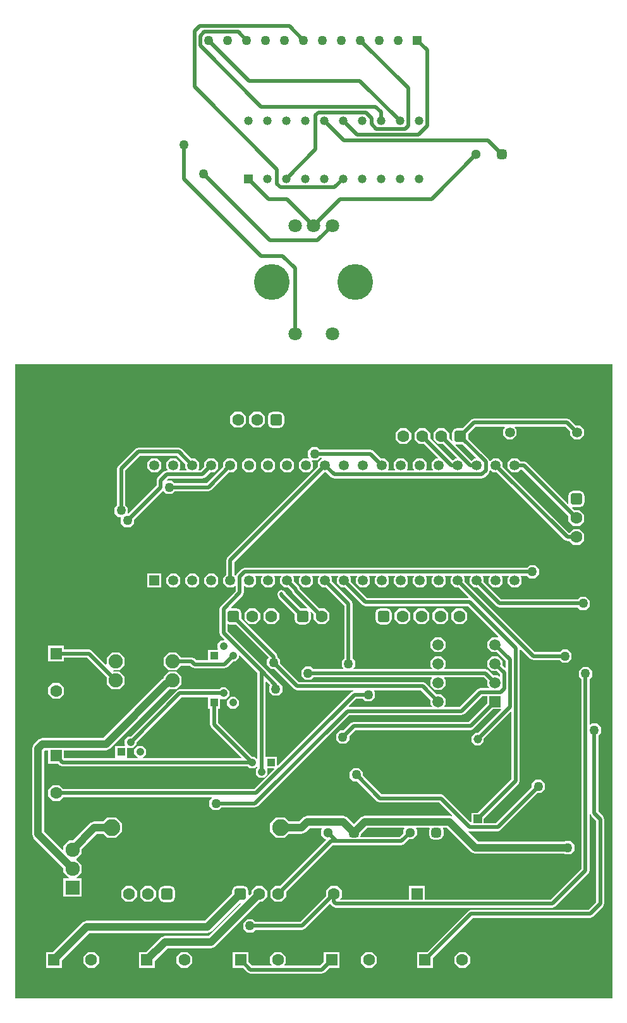
<source format=gbr>
G04*
G04 #@! TF.GenerationSoftware,Altium Limited,Altium Designer,24.4.1 (13)*
G04*
G04 Layer_Physical_Order=2*
G04 Layer_Color=16711680*
%FSLAX25Y25*%
%MOIN*%
G70*
G04*
G04 #@! TF.SameCoordinates,58F61C8A-C965-4830-B12A-95CD484E7F12*
G04*
G04*
G04 #@! TF.FilePolarity,Positive*
G04*
G01*
G75*
%ADD48R,0.05315X0.05315*%
%ADD49C,0.05315*%
%ADD53C,0.06299*%
%ADD54R,0.06299X0.06299*%
%ADD66C,0.04000*%
%ADD67C,0.02000*%
%ADD68C,0.07087*%
%ADD69C,0.18898*%
%ADD70C,0.05118*%
G04:AMPARAMS|DCode=71|XSize=51.18mil|YSize=51.18mil|CornerRadius=12.8mil|HoleSize=0mil|Usage=FLASHONLY|Rotation=0.000|XOffset=0mil|YOffset=0mil|HoleType=Round|Shape=RoundedRectangle|*
%AMROUNDEDRECTD71*
21,1,0.05118,0.02559,0,0,0.0*
21,1,0.02559,0.05118,0,0,0.0*
1,1,0.02559,0.01280,-0.01280*
1,1,0.02559,-0.01280,-0.01280*
1,1,0.02559,-0.01280,0.01280*
1,1,0.02559,0.01280,0.01280*
%
%ADD71ROUNDEDRECTD71*%
%ADD72C,0.04134*%
%ADD73R,0.04134X0.04134*%
%ADD74C,0.07500*%
%ADD75R,0.06299X0.06299*%
G04:AMPARAMS|DCode=76|XSize=62.99mil|YSize=62.99mil|CornerRadius=15.75mil|HoleSize=0mil|Usage=FLASHONLY|Rotation=180.000|XOffset=0mil|YOffset=0mil|HoleType=Round|Shape=RoundedRectangle|*
%AMROUNDEDRECTD76*
21,1,0.06299,0.03150,0,0,180.0*
21,1,0.03150,0.06299,0,0,180.0*
1,1,0.03150,-0.01575,0.01575*
1,1,0.03150,0.01575,0.01575*
1,1,0.03150,0.01575,-0.01575*
1,1,0.03150,-0.01575,-0.01575*
%
%ADD76ROUNDEDRECTD76*%
%ADD77C,0.05000*%
%ADD78R,0.05000X0.05000*%
%ADD79C,0.04685*%
%ADD80R,0.04685X0.04685*%
%ADD81C,0.07559*%
%ADD82R,0.07559X0.07559*%
%ADD83C,0.04528*%
%ADD84R,0.04528X0.04528*%
G04:AMPARAMS|DCode=85|XSize=62.99mil|YSize=62.99mil|CornerRadius=15.75mil|HoleSize=0mil|Usage=FLASHONLY|Rotation=270.000|XOffset=0mil|YOffset=0mil|HoleType=Round|Shape=RoundedRectangle|*
%AMROUNDEDRECTD85*
21,1,0.06299,0.03150,0,0,270.0*
21,1,0.03150,0.06299,0,0,270.0*
1,1,0.03150,-0.01575,-0.01575*
1,1,0.03150,-0.01575,0.01575*
1,1,0.03150,0.01575,0.01575*
1,1,0.03150,0.01575,-0.01575*
%
%ADD85ROUNDEDRECTD85*%
%ADD86C,0.08858*%
%ADD87R,0.05906X0.05906*%
%ADD88C,0.05906*%
G36*
X314961D02*
X0D01*
Y334646D01*
X314961D01*
Y0D01*
D02*
G37*
%LPC*%
G36*
X129385Y309325D02*
X125948D01*
X123517Y306895D01*
Y303457D01*
X125948Y301026D01*
X129385D01*
X131816Y303457D01*
Y306895D01*
X129385Y309325D01*
D02*
G37*
G36*
X119385D02*
X115948D01*
X113517Y306895D01*
Y303457D01*
X115948Y301026D01*
X119385D01*
X121816Y303457D01*
Y306895D01*
X119385Y309325D01*
D02*
G37*
G36*
X139241Y309538D02*
X136092D01*
X134121Y308721D01*
X133305Y306751D01*
Y303601D01*
X134121Y301630D01*
X136092Y300814D01*
X139241D01*
X141212Y301630D01*
X142028Y303601D01*
Y306751D01*
X141212Y308721D01*
X139241Y309538D01*
D02*
G37*
G36*
X291257Y305865D02*
X242049D01*
X240518Y305231D01*
X236162Y300874D01*
X233287D01*
X231316Y300058D01*
X230500Y298088D01*
Y294938D01*
X230718Y294411D01*
X230302Y294134D01*
X229011Y295425D01*
Y298232D01*
X226581Y300662D01*
X223143D01*
X220712Y298232D01*
Y294794D01*
X223143Y292363D01*
X225950D01*
X233054Y285259D01*
X232863Y284797D01*
X232077D01*
X230858Y283578D01*
X219011Y295425D01*
Y298232D01*
X216581Y300662D01*
X213143D01*
X210712Y298232D01*
Y294794D01*
X213143Y292363D01*
X215950D01*
X223055Y285259D01*
X222863Y284797D01*
X222077D01*
X219935Y282654D01*
Y279624D01*
X220532Y279027D01*
X220341Y278565D01*
X216843D01*
X216652Y279027D01*
X217249Y279624D01*
Y282654D01*
X215107Y284797D01*
X212077D01*
X209934Y282654D01*
Y279624D01*
X210532Y279027D01*
X210341Y278565D01*
X206843D01*
X206652Y279027D01*
X207249Y279624D01*
Y282654D01*
X205107Y284797D01*
X202077D01*
X199934Y282654D01*
Y279624D01*
X200532Y279027D01*
X200341Y278565D01*
X196843D01*
X196652Y279027D01*
X197249Y279624D01*
Y282654D01*
X195107Y284797D01*
X192996D01*
X188962Y288831D01*
X187431Y289465D01*
X160785D01*
X159450Y290800D01*
X156550D01*
X154500Y288750D01*
Y285850D01*
X155054Y285297D01*
X154847Y284797D01*
X152077D01*
X149934Y282654D01*
Y279624D01*
X152077Y277482D01*
X155107D01*
X157249Y279624D01*
Y282654D01*
X156604Y283300D01*
X156811Y283800D01*
X159450D01*
X160785Y285135D01*
X161708D01*
X161916Y284635D01*
X159934Y282654D01*
Y280543D01*
X112061Y232670D01*
X111427Y231139D01*
Y223397D01*
X109934Y221904D01*
Y218874D01*
X112077Y216732D01*
X115107D01*
X115973Y217598D01*
X116435Y217407D01*
Y214947D01*
X108469Y206981D01*
X107835Y205450D01*
Y192800D01*
X108469Y191269D01*
X110370Y189369D01*
X110178Y188907D01*
X108730D01*
X106933Y187110D01*
Y184569D01*
X107134Y184369D01*
X106942Y183907D01*
X101933D01*
Y178465D01*
X95697D01*
X94819Y179342D01*
X93288Y179976D01*
X87662D01*
X85077Y182562D01*
X81142D01*
X78359Y179779D01*
Y175844D01*
X81142Y173062D01*
X85077D01*
X87662Y175647D01*
X92392D01*
X93269Y174769D01*
X94800Y174135D01*
X110460D01*
X111991Y174769D01*
X114995Y177773D01*
X116270D01*
X118067Y179569D01*
Y181018D01*
X118529Y181210D01*
X127953Y171785D01*
Y126651D01*
X127491Y126460D01*
X126389Y127562D01*
X125113D01*
X107165Y145510D01*
Y152976D01*
X108067D01*
Y157985D01*
X108529Y158176D01*
X108730Y157976D01*
X111270D01*
X113067Y159772D01*
Y162313D01*
X111270Y164110D01*
X108730D01*
X107827Y163207D01*
X86841D01*
X85311Y162573D01*
X60979Y138242D01*
X59703D01*
X57907Y136446D01*
Y133905D01*
X58108Y133704D01*
X57916Y133242D01*
X52907D01*
Y127108D01*
X52907D01*
X52781Y126660D01*
X26121D01*
X25830Y126951D01*
Y130942D01*
X47968D01*
X50264Y131893D01*
X81433Y163062D01*
X85077D01*
X87859Y165844D01*
Y169779D01*
X85077Y172562D01*
X81142D01*
X78359Y169779D01*
Y168695D01*
X77545Y168358D01*
X46623Y137436D01*
X14548D01*
X12252Y136485D01*
X9909Y134142D01*
X8958Y131846D01*
Y86717D01*
X9909Y84421D01*
X25567Y68763D01*
Y66596D01*
X28308Y63855D01*
X28224Y63355D01*
X25567D01*
Y53796D01*
X35126D01*
Y63355D01*
X32469D01*
X32385Y63855D01*
X35126Y66596D01*
Y70555D01*
X32368Y73313D01*
X32345Y73575D01*
X32368Y73838D01*
X35126Y76596D01*
Y78763D01*
X43219Y86855D01*
X46593D01*
X48775Y84674D01*
X53272D01*
X56453Y87854D01*
Y92351D01*
X53272Y95532D01*
X48775D01*
X46593Y93350D01*
X41874D01*
X39578Y92399D01*
X30534Y83355D01*
X28367D01*
X25567Y80555D01*
Y78600D01*
X25105Y78409D01*
X15452Y88062D01*
Y130501D01*
X15893Y130942D01*
X17531D01*
Y123890D01*
X22769D01*
X23693Y122965D01*
X25224Y122331D01*
X122946D01*
X123848Y121429D01*
X126389D01*
X127491Y122532D01*
X127953Y122340D01*
Y121668D01*
X127051Y120766D01*
Y118225D01*
X128848Y116429D01*
X131389D01*
X133185Y118225D01*
Y120766D01*
X132984Y120967D01*
X133176Y121429D01*
X136514D01*
X136705Y120967D01*
X126258Y110519D01*
X25384D01*
X23399Y112504D01*
X19962D01*
X17531Y110073D01*
Y106635D01*
X19962Y104205D01*
X23399D01*
X25384Y106189D01*
X103749D01*
X103940Y105728D01*
X102563Y104350D01*
Y101450D01*
X104613Y99400D01*
X107513D01*
X108848Y100735D01*
X126600D01*
X128131Y101369D01*
X176197Y149435D01*
X235500D01*
X237031Y150069D01*
X246397Y159435D01*
X249212D01*
Y155755D01*
X239422Y145965D01*
X178723D01*
X177192Y145331D01*
X173338Y141477D01*
X171450D01*
X169400Y139427D01*
Y136528D01*
X171450Y134477D01*
X174350D01*
X176400Y136528D01*
Y138416D01*
X179619Y141635D01*
X240318D01*
X241849Y142269D01*
X252274Y152694D01*
X256128D01*
X256320Y152232D01*
X244195Y140108D01*
X242641D01*
X240729Y138196D01*
Y135492D01*
X242641Y133580D01*
X245345D01*
X247257Y135492D01*
Y137046D01*
X261491Y151280D01*
X261953Y151089D01*
Y115739D01*
X244195Y97982D01*
X240729D01*
Y93193D01*
X240229Y92986D01*
X226185Y107031D01*
X224654Y107665D01*
X193497D01*
X183500Y117661D01*
Y119550D01*
X181450Y121600D01*
X178550D01*
X176500Y119550D01*
Y116650D01*
X178550Y114600D01*
X180438D01*
X191069Y103969D01*
X192600Y103335D01*
X223757D01*
X230608Y96485D01*
X230324Y96061D01*
X229134Y96554D01*
X184510D01*
X182214Y95603D01*
X178780Y92169D01*
X175517Y95432D01*
X173221Y96383D01*
X154234D01*
X151937Y95432D01*
X149855Y93350D01*
X144431D01*
X142249Y95532D01*
X137751D01*
X134571Y92351D01*
Y87854D01*
X137751Y84674D01*
X142249D01*
X144431Y86855D01*
X151200D01*
X153496Y87806D01*
X155578Y89889D01*
X161626D01*
X161817Y89427D01*
X161441Y89051D01*
Y86103D01*
X163526Y84018D01*
X163945D01*
X164137Y83556D01*
X139927Y59346D01*
X137120D01*
X134689Y56915D01*
Y53478D01*
X137120Y51047D01*
X140557D01*
X142988Y53478D01*
Y56285D01*
X167539Y80835D01*
X203868D01*
X205398Y81469D01*
X207947Y84018D01*
X209919D01*
X212004Y86103D01*
Y89051D01*
X211457Y89598D01*
X211648Y90060D01*
X218526D01*
X218804Y89644D01*
X218477Y88857D01*
Y86298D01*
X219200Y84553D01*
X220945Y83830D01*
X223504D01*
X225248Y84553D01*
X225971Y86298D01*
Y88857D01*
X225645Y89644D01*
X225923Y90060D01*
X227789D01*
X240545Y77304D01*
X242841Y76353D01*
X289920D01*
X290173Y76100D01*
X293072D01*
X295122Y78150D01*
Y81050D01*
X293072Y83100D01*
X290173D01*
X289920Y82847D01*
X244186D01*
X238992Y88041D01*
X239275Y88465D01*
X239700Y88289D01*
X254654D01*
X256185Y88923D01*
X275594Y108333D01*
X277482D01*
X279533Y110383D01*
Y113282D01*
X277482Y115333D01*
X274583D01*
X272533Y113282D01*
Y111394D01*
X253757Y92619D01*
X247257D01*
Y94920D01*
X265649Y113312D01*
X266283Y114843D01*
Y183984D01*
X266744Y184175D01*
X271850Y179069D01*
X273381Y178435D01*
X287314D01*
X288649Y177100D01*
X291548D01*
X293599Y179150D01*
Y182050D01*
X291548Y184100D01*
X288649D01*
X287314Y182765D01*
X274278D01*
X237249Y219793D01*
Y221904D01*
X236680Y222473D01*
X236872Y222935D01*
X240312D01*
X240504Y222473D01*
X239934Y221904D01*
Y218874D01*
X242077Y216732D01*
X244188D01*
X254050Y206869D01*
X255581Y206235D01*
X296865D01*
X298200Y204900D01*
X301099D01*
X303150Y206950D01*
Y209850D01*
X301099Y211900D01*
X298200D01*
X296865Y210565D01*
X256478D01*
X247250Y219793D01*
Y221904D01*
X246680Y222473D01*
X246872Y222935D01*
X250312D01*
X250504Y222473D01*
X249935Y221904D01*
Y218874D01*
X252077Y216732D01*
X255107D01*
X257249Y218874D01*
Y221904D01*
X256680Y222473D01*
X256872Y222935D01*
X260312D01*
X260504Y222473D01*
X259934Y221904D01*
Y218874D01*
X262077Y216732D01*
X265107D01*
X267249Y218874D01*
Y221904D01*
X266680Y222473D01*
X266872Y222935D01*
X270015D01*
X271350Y221600D01*
X274250D01*
X276300Y223650D01*
Y226550D01*
X274250Y228600D01*
X271350D01*
X270015Y227265D01*
X121200D01*
X119669Y226631D01*
X117069Y224031D01*
X116671Y223070D01*
X116181Y222973D01*
X115757Y223397D01*
Y230242D01*
X162996Y277482D01*
X164188D01*
X166800Y274869D01*
X168331Y274235D01*
X246250D01*
X247781Y274869D01*
X249831Y276919D01*
X250446Y278405D01*
X250927Y278632D01*
X252077Y277482D01*
X254188D01*
X289837Y241833D01*
X291367Y241199D01*
X292379D01*
X294364Y239214D01*
X297802D01*
X300232Y241645D01*
Y245083D01*
X297802Y247513D01*
X294364D01*
X292379Y245529D01*
X292264D01*
X257249Y280543D01*
Y282654D01*
X255107Y284797D01*
X252077D01*
X250751Y283471D01*
X250260Y283568D01*
X249831Y284605D01*
X239224Y295213D01*
Y297813D01*
X242946Y301535D01*
X258113D01*
X258304Y301073D01*
X257306Y300075D01*
Y297045D01*
X259448Y294902D01*
X262478D01*
X264621Y297045D01*
Y300075D01*
X263623Y301073D01*
X263814Y301535D01*
X290360D01*
X292739Y299156D01*
Y297045D01*
X294882Y294902D01*
X297912D01*
X300054Y297045D01*
Y300075D01*
X297912Y302218D01*
X295801D01*
X292787Y305231D01*
X291257Y305865D01*
D02*
G37*
G36*
X206581Y300662D02*
X203143D01*
X200712Y298232D01*
Y294794D01*
X203143Y292363D01*
X206581D01*
X209011Y294794D01*
Y298232D01*
X206581Y300662D01*
D02*
G37*
G36*
X145107Y284797D02*
X142077D01*
X139935Y282654D01*
Y279624D01*
X142077Y277482D01*
X145107D01*
X147249Y279624D01*
Y282654D01*
X145107Y284797D01*
D02*
G37*
G36*
X135107D02*
X132077D01*
X129935Y282654D01*
Y279624D01*
X132077Y277482D01*
X135107D01*
X137250Y279624D01*
Y282654D01*
X135107Y284797D01*
D02*
G37*
G36*
X125107D02*
X122077D01*
X119934Y282654D01*
Y279624D01*
X122077Y277482D01*
X125107D01*
X127250Y279624D01*
Y282654D01*
X125107Y284797D01*
D02*
G37*
G36*
X86331Y290565D02*
X65000D01*
X63469Y289931D01*
X54469Y280931D01*
X53835Y279400D01*
Y260204D01*
X52500Y258869D01*
Y255970D01*
X54550Y253919D01*
X55647D01*
X55800Y253550D01*
Y250650D01*
X57850Y248600D01*
X60750D01*
X62800Y250650D01*
Y252538D01*
X78106Y267844D01*
X79850Y266100D01*
X82750D01*
X84085Y267435D01*
X102053D01*
X103584Y268069D01*
X112996Y277482D01*
X115107D01*
X117250Y279624D01*
Y282654D01*
X115107Y284797D01*
X112077D01*
X109934Y282654D01*
Y280543D01*
X101156Y271765D01*
X84085D01*
X82750Y273100D01*
X80469D01*
X80261Y273600D01*
X80897Y274235D01*
X98853D01*
X100383Y274869D01*
X102996Y277482D01*
X105107D01*
X107249Y279624D01*
Y282654D01*
X105107Y284797D01*
X102077D01*
X99935Y282654D01*
Y280543D01*
X97956Y278565D01*
X96843D01*
X96652Y279027D01*
X97250Y279624D01*
Y282654D01*
X95107Y284797D01*
X92996D01*
X87862Y289931D01*
X86331Y290565D01*
D02*
G37*
G36*
X265107Y284797D02*
X262077D01*
X259934Y282654D01*
Y279624D01*
X262077Y277482D01*
X265107D01*
X266600Y278974D01*
X267411D01*
X291933Y254452D01*
Y251645D01*
X294364Y249214D01*
X297802D01*
X300232Y251645D01*
Y255083D01*
X297802Y257513D01*
X294995D01*
X293704Y258804D01*
X293981Y259220D01*
X294508Y259002D01*
X297658D01*
X299628Y259818D01*
X300445Y261789D01*
Y264939D01*
X299628Y266909D01*
X297658Y267725D01*
X294508D01*
X292537Y266909D01*
X291721Y264939D01*
Y261789D01*
X291939Y261262D01*
X291524Y260985D01*
X269838Y282670D01*
X268307Y283304D01*
X266600D01*
X265107Y284797D01*
D02*
G37*
G36*
X105107Y224047D02*
X102077D01*
X99935Y221904D01*
Y218874D01*
X102077Y216732D01*
X105107D01*
X107249Y218874D01*
Y221904D01*
X105107Y224047D01*
D02*
G37*
G36*
X95107D02*
X92077D01*
X89934Y221904D01*
Y218874D01*
X92077Y216732D01*
X95107D01*
X97250Y218874D01*
Y221904D01*
X95107Y224047D01*
D02*
G37*
G36*
X85107D02*
X82077D01*
X79935Y221904D01*
Y218874D01*
X82077Y216732D01*
X85107D01*
X87249Y218874D01*
Y221904D01*
X85107Y224047D01*
D02*
G37*
G36*
X77249D02*
X69934D01*
Y216732D01*
X77249D01*
Y224047D01*
D02*
G37*
G36*
X25830Y186106D02*
X17531D01*
Y177807D01*
X25830D01*
Y179792D01*
X38068D01*
X48359Y169500D01*
Y165844D01*
X51142Y163062D01*
X55077D01*
X57859Y165844D01*
Y169779D01*
X55077Y172562D01*
X51871D01*
X52138Y173062D01*
X55077D01*
X57859Y175844D01*
Y179779D01*
X55077Y182562D01*
X51142D01*
X48359Y179779D01*
Y176330D01*
X47859Y176123D01*
X40495Y183487D01*
X38964Y184121D01*
X25830D01*
Y186106D01*
D02*
G37*
G36*
X23399Y166421D02*
X19962D01*
X17531Y163990D01*
Y160553D01*
X19962Y158122D01*
X23399D01*
X25830Y160553D01*
Y163990D01*
X23399Y166421D01*
D02*
G37*
G36*
X116270Y159109D02*
X113730D01*
X111933Y157313D01*
Y154772D01*
X113730Y152976D01*
X116270D01*
X118067Y154772D01*
Y157313D01*
X116270Y159109D01*
D02*
G37*
G36*
X71940Y59346D02*
X68503D01*
X66072Y56915D01*
Y53478D01*
X68503Y51047D01*
X71940D01*
X74371Y53478D01*
Y56915D01*
X71940Y59346D01*
D02*
G37*
G36*
X61940D02*
X58503D01*
X56072Y56915D01*
Y53478D01*
X58503Y51047D01*
X61940D01*
X64371Y53478D01*
Y56915D01*
X61940Y59346D01*
D02*
G37*
G36*
X81796Y59558D02*
X78647D01*
X76676Y58742D01*
X75860Y56771D01*
Y53622D01*
X76676Y51651D01*
X78647Y50835D01*
X81796D01*
X83767Y51651D01*
X84583Y53622D01*
Y56771D01*
X83767Y58742D01*
X81796Y59558D01*
D02*
G37*
G36*
X171118Y24548D02*
X162819D01*
Y19310D01*
X160873Y17365D01*
X142169D01*
X141978Y17827D01*
X142831Y18680D01*
Y22117D01*
X140400Y24548D01*
X136962D01*
X134532Y22117D01*
Y18680D01*
X135385Y17827D01*
X135193Y17365D01*
X125092D01*
X123146Y19310D01*
Y24548D01*
X114847D01*
Y16249D01*
X120084D01*
X122664Y13669D01*
X124195Y13035D01*
X161770D01*
X163301Y13669D01*
X165881Y16249D01*
X171118D01*
Y24548D01*
D02*
G37*
G36*
X237616D02*
X234178D01*
X231747Y22117D01*
Y18680D01*
X234178Y16249D01*
X237616D01*
X240047Y18680D01*
Y22117D01*
X237616Y24548D01*
D02*
G37*
G36*
X302250Y174900D02*
X299350D01*
X297300Y172850D01*
Y169950D01*
X298635Y168615D01*
Y68397D01*
X282403Y52165D01*
X216183D01*
Y59425D01*
X207884D01*
Y52165D01*
X171587D01*
X171395Y52627D01*
X172325Y53556D01*
Y56994D01*
X169894Y59425D01*
X166457D01*
X164026Y56994D01*
Y54187D01*
X150403Y40565D01*
X126685D01*
X125350Y41900D01*
X122450D01*
X120400Y39850D01*
Y36950D01*
X122450Y34900D01*
X125350D01*
X126685Y36235D01*
X151300D01*
X152831Y36869D01*
X165978Y50016D01*
X166469Y49919D01*
X166645Y49494D01*
X167669Y48469D01*
X169200Y47835D01*
X283300D01*
X284831Y48469D01*
X302331Y65969D01*
X302965Y67500D01*
Y97408D01*
X303465Y97508D01*
X303993Y96233D01*
X306535Y93691D01*
Y50897D01*
X302503Y46865D01*
X240513D01*
X238983Y46231D01*
X217300Y24548D01*
X212062D01*
Y16249D01*
X220362D01*
Y21487D01*
X241410Y42535D01*
X303400D01*
X304931Y43169D01*
X310231Y48469D01*
X310865Y50000D01*
Y94587D01*
X310231Y96118D01*
X307688Y98660D01*
Y138803D01*
X309024Y140138D01*
Y143038D01*
X306973Y145088D01*
X304074D01*
X303427Y144441D01*
X302965Y144632D01*
Y168615D01*
X304300Y169950D01*
Y172850D01*
X302250Y174900D01*
D02*
G37*
G36*
X188372Y24548D02*
X184935D01*
X182504Y22117D01*
Y18680D01*
X184935Y16249D01*
X188372D01*
X190803Y18680D01*
Y22117D01*
X188372Y24548D01*
D02*
G37*
G36*
X91025D02*
X87587D01*
X85156Y22117D01*
Y18680D01*
X87587Y16249D01*
X91025D01*
X93456Y18680D01*
Y22117D01*
X91025Y24548D01*
D02*
G37*
G36*
X120413Y59558D02*
X117264D01*
X115293Y58742D01*
X114477Y56771D01*
Y55427D01*
X100097Y41047D01*
X37906D01*
X35609Y40096D01*
X20062Y24548D01*
X16355D01*
Y16249D01*
X24654D01*
Y19956D01*
X39251Y34553D01*
X101442D01*
X103738Y35504D01*
X118801Y50567D01*
X118892Y50549D01*
X119056Y50006D01*
X102097Y33047D01*
X79022D01*
X76726Y32096D01*
X69178Y24548D01*
X65471D01*
Y16249D01*
X73771D01*
Y19956D01*
X80367Y26553D01*
X103442D01*
X105738Y27504D01*
X129281Y51047D01*
X130557D01*
X132988Y53478D01*
Y56915D01*
X130557Y59346D01*
X127120D01*
X124689Y56915D01*
Y55639D01*
X123662Y54612D01*
X123200Y54804D01*
Y56771D01*
X122384Y58742D01*
X120413Y59558D01*
D02*
G37*
G36*
X41908Y24548D02*
X38470D01*
X36040Y22117D01*
Y18680D01*
X38470Y16249D01*
X41908D01*
X44339Y18680D01*
Y22117D01*
X41908Y24548D01*
D02*
G37*
%LPD*%
G36*
X233287Y292151D02*
X236162D01*
X243055Y285259D01*
X242863Y284797D01*
X242077D01*
X240858Y283578D01*
X232483Y291953D01*
X232760Y292369D01*
X233287Y292151D01*
D02*
G37*
G36*
X230504Y222473D02*
X229935Y221904D01*
Y218874D01*
X232077Y216732D01*
X234188D01*
X239193Y211727D01*
X239002Y211265D01*
X185778D01*
X177250Y219793D01*
Y221904D01*
X176680Y222473D01*
X176872Y222935D01*
X180312D01*
X180504Y222473D01*
X179935Y221904D01*
Y218874D01*
X182077Y216732D01*
X185107D01*
X187250Y218874D01*
Y221904D01*
X186680Y222473D01*
X186872Y222935D01*
X190312D01*
X190504Y222473D01*
X189935Y221904D01*
Y218874D01*
X192077Y216732D01*
X195107D01*
X197249Y218874D01*
Y221904D01*
X196680Y222473D01*
X196872Y222935D01*
X200312D01*
X200504Y222473D01*
X199934Y221904D01*
Y218874D01*
X202077Y216732D01*
X205107D01*
X207249Y218874D01*
Y221904D01*
X206680Y222473D01*
X206872Y222935D01*
X210312D01*
X210504Y222473D01*
X209934Y221904D01*
Y218874D01*
X212077Y216732D01*
X215107D01*
X217249Y218874D01*
Y221904D01*
X216680Y222473D01*
X216872Y222935D01*
X220312D01*
X220504Y222473D01*
X219935Y221904D01*
Y218874D01*
X222077Y216732D01*
X225107D01*
X227250Y218874D01*
Y221904D01*
X226680Y222473D01*
X226872Y222935D01*
X230312D01*
X230504Y222473D01*
D02*
G37*
G36*
X160504D02*
X159934Y221904D01*
Y218874D01*
X162077Y216732D01*
X164188D01*
X173635Y207284D01*
Y179432D01*
X172300Y178096D01*
Y175197D01*
X173270Y174227D01*
X173079Y173765D01*
X157385D01*
X156050Y175100D01*
X153150D01*
X151100Y173050D01*
Y170150D01*
X153150Y168100D01*
X156050D01*
X157385Y169435D01*
X219710D01*
X219902Y168973D01*
X219212Y168284D01*
Y165009D01*
X221528Y162694D01*
X224802D01*
X227118Y165009D01*
Y168284D01*
X226428Y168973D01*
X226620Y169435D01*
X247315D01*
X249212Y167538D01*
Y165009D01*
X249995Y164227D01*
X249803Y163765D01*
X245500D01*
X243969Y163131D01*
X234603Y153765D01*
X226526D01*
X226335Y154227D01*
X227118Y155009D01*
Y158284D01*
X224802Y160599D01*
X222274D01*
X216542Y166331D01*
X215012Y166965D01*
X149797D01*
X139943Y176819D01*
Y178707D01*
X138608Y180042D01*
Y180305D01*
X137973Y181835D01*
X119534Y200274D01*
Y203150D01*
X118718Y205120D01*
X116747Y205937D01*
X114255D01*
X114048Y206436D01*
X120131Y212519D01*
X120765Y214050D01*
Y217391D01*
X121227Y217582D01*
X122077Y216732D01*
X125107D01*
X127250Y218874D01*
Y221904D01*
X126680Y222473D01*
X126872Y222935D01*
X130312D01*
X130504Y222473D01*
X129935Y221904D01*
Y218874D01*
X132077Y216732D01*
X135107D01*
X137250Y218874D01*
Y221904D01*
X136680Y222473D01*
X136872Y222935D01*
X140312D01*
X140504Y222473D01*
X139935Y221904D01*
Y218874D01*
X142077Y216732D01*
X144188D01*
X146065Y214855D01*
X146569Y213637D01*
X154072Y206134D01*
X153794Y205718D01*
X153268Y205936D01*
X150393D01*
X142635Y213694D01*
X142131Y214912D01*
X140600Y215546D01*
X139069Y214912D01*
X138435Y213381D01*
Y212668D01*
X139069Y211137D01*
X147331Y202875D01*
Y200000D01*
X148147Y198029D01*
X150118Y197213D01*
X153268D01*
X155238Y198029D01*
X156055Y200000D01*
Y203149D01*
X155837Y203676D01*
X156252Y203954D01*
X157543Y202663D01*
Y199856D01*
X159974Y197425D01*
X163412D01*
X165843Y199856D01*
Y203293D01*
X163412Y205724D01*
X160605D01*
X150135Y216194D01*
X149631Y217412D01*
X147249Y219793D01*
Y221904D01*
X146680Y222473D01*
X146872Y222935D01*
X150312D01*
X150504Y222473D01*
X149934Y221904D01*
Y218874D01*
X152077Y216732D01*
X155107D01*
X157249Y218874D01*
Y221904D01*
X156680Y222473D01*
X156872Y222935D01*
X160312D01*
X160504Y222473D01*
D02*
G37*
G36*
X170504D02*
X169934Y221904D01*
Y218874D01*
X172077Y216732D01*
X174188D01*
X183351Y207569D01*
X184881Y206935D01*
X239003D01*
X254865Y191073D01*
X254632Y190599D01*
X251528D01*
X249212Y188284D01*
Y185009D01*
X251528Y182694D01*
X254056D01*
X258953Y177797D01*
Y174573D01*
X258491Y174382D01*
X257118Y175755D01*
Y178284D01*
X254802Y180599D01*
X251528D01*
X249212Y178284D01*
Y175009D01*
X251528Y172694D01*
X254056D01*
X255953Y170797D01*
Y170102D01*
X255491Y169911D01*
X254802Y170599D01*
X252274D01*
X249742Y173131D01*
X248212Y173765D01*
X226526D01*
X226335Y174227D01*
X227118Y175009D01*
Y178284D01*
X224802Y180599D01*
X221528D01*
X219212Y178284D01*
Y175009D01*
X219995Y174227D01*
X219804Y173765D01*
X178521D01*
X178330Y174227D01*
X179300Y175197D01*
Y178096D01*
X177965Y179432D01*
Y208181D01*
X177331Y209712D01*
X167250Y219793D01*
Y221904D01*
X166680Y222473D01*
X166872Y222935D01*
X170312D01*
X170504Y222473D01*
D02*
G37*
G36*
X113598Y197213D02*
X116473D01*
X133961Y179725D01*
X132943Y178707D01*
Y175807D01*
X134993Y173757D01*
X136881D01*
X147369Y163269D01*
X148900Y162635D01*
X178346D01*
X178446Y162135D01*
X177469Y161731D01*
X138647Y122908D01*
X138185Y123100D01*
Y127562D01*
X132283D01*
Y166802D01*
X132745Y166994D01*
X134544Y165194D01*
X134100Y164750D01*
Y161850D01*
X136150Y159800D01*
X139050D01*
X141100Y161850D01*
Y164750D01*
X139139Y166711D01*
X139131Y166731D01*
X131649Y174213D01*
X112165Y193697D01*
Y197357D01*
X112581Y197634D01*
X113598Y197213D01*
D02*
G37*
G36*
X219212Y157538D02*
Y155009D01*
X219995Y154227D01*
X219804Y153765D01*
X176279D01*
X176088Y154227D01*
X179897Y158035D01*
X183615D01*
X184950Y156700D01*
X187850D01*
X189900Y158750D01*
Y161650D01*
X189376Y162173D01*
X189568Y162635D01*
X214115D01*
X219212Y157538D01*
D02*
G37*
G36*
X101933Y152976D02*
X102835D01*
Y144614D01*
X103469Y143083D01*
X119430Y127122D01*
X119239Y126660D01*
X67370D01*
X67296Y127160D01*
X69041Y128905D01*
Y131446D01*
X67244Y133242D01*
X64703D01*
X62907Y131446D01*
Y128905D01*
X64651Y127160D01*
X64578Y126660D01*
X59167D01*
X59041Y127108D01*
X59041D01*
Y132118D01*
X59503Y132309D01*
X59703Y132108D01*
X62244D01*
X64041Y133905D01*
Y135181D01*
X87738Y158878D01*
X101933D01*
Y152976D01*
D02*
G37*
G36*
X205432Y89598D02*
X204886Y89051D01*
Y87079D01*
X202971Y85165D01*
X182508D01*
X182230Y85580D01*
X182527Y86298D01*
Y86732D01*
X185855Y90060D01*
X205241D01*
X205432Y89598D01*
D02*
G37*
%LPC*%
G36*
X136891Y205724D02*
X133454D01*
X131023Y203294D01*
Y199856D01*
X133454Y197425D01*
X136891D01*
X139322Y199856D01*
Y203294D01*
X136891Y205724D01*
D02*
G37*
G36*
X126891D02*
X123454D01*
X121023Y203294D01*
Y199856D01*
X123454Y197425D01*
X126891D01*
X129322Y199856D01*
Y203294D01*
X126891Y205724D01*
D02*
G37*
G36*
X236106Y205759D02*
X232668D01*
X230237Y203328D01*
Y199891D01*
X232668Y197460D01*
X236106D01*
X238537Y199891D01*
Y203328D01*
X236106Y205759D01*
D02*
G37*
G36*
X226106D02*
X222668D01*
X220237Y203328D01*
Y199891D01*
X222668Y197460D01*
X226106D01*
X228537Y199891D01*
Y203328D01*
X226106Y205759D01*
D02*
G37*
G36*
X216106D02*
X212668D01*
X210237Y203328D01*
Y199891D01*
X212668Y197460D01*
X216106D01*
X218537Y199891D01*
Y203328D01*
X216106Y205759D01*
D02*
G37*
G36*
X206106D02*
X202668D01*
X200237Y203328D01*
Y199891D01*
X202668Y197460D01*
X206106D01*
X208537Y199891D01*
Y203328D01*
X206106Y205759D01*
D02*
G37*
G36*
X195962Y205971D02*
X192812D01*
X190841Y205155D01*
X190025Y203184D01*
Y200035D01*
X190841Y198064D01*
X192812Y197248D01*
X195962D01*
X197933Y198064D01*
X198749Y200035D01*
Y203184D01*
X197933Y205155D01*
X195962Y205971D01*
D02*
G37*
G36*
X224802Y190599D02*
X221528D01*
X219212Y188284D01*
Y185009D01*
X221528Y182694D01*
X224802D01*
X227118Y185009D01*
Y188284D01*
X224802Y190599D01*
D02*
G37*
%LPD*%
G36*
X89934Y281735D02*
Y279624D01*
X90532Y279027D01*
X90341Y278565D01*
X86843D01*
X86652Y279027D01*
X87249Y279624D01*
Y282654D01*
X85107Y284797D01*
X82077D01*
X79935Y282654D01*
Y279624D01*
X80532Y279027D01*
X80341Y278565D01*
X80000D01*
X78469Y277931D01*
X75269Y274731D01*
X74635Y273200D01*
Y270497D01*
X59924Y255785D01*
X59500Y256069D01*
Y258869D01*
X58165Y260204D01*
Y278503D01*
X65897Y286235D01*
X85435D01*
X89934Y281735D01*
D02*
G37*
%LPC*%
G36*
X75107Y284797D02*
X72077D01*
X69934Y282654D01*
Y279624D01*
X72077Y277482D01*
X75107D01*
X77249Y279624D01*
Y282654D01*
X75107Y284797D01*
D02*
G37*
%LPD*%
D48*
X73592Y220389D02*
D03*
D49*
X83592D02*
D03*
X93592D02*
D03*
X103592D02*
D03*
X113592D02*
D03*
X123592D02*
D03*
X133592D02*
D03*
X143592D02*
D03*
X153592D02*
D03*
X163592D02*
D03*
X173592D02*
D03*
X183592D02*
D03*
X193592D02*
D03*
X203592D02*
D03*
X213592D02*
D03*
X223592D02*
D03*
X233592D02*
D03*
X243592D02*
D03*
X253592D02*
D03*
X263592D02*
D03*
Y281139D02*
D03*
X253592D02*
D03*
X243592D02*
D03*
X233592D02*
D03*
X223592D02*
D03*
X213592D02*
D03*
X203592D02*
D03*
X193592D02*
D03*
X183592D02*
D03*
X173592D02*
D03*
X163592D02*
D03*
X153592D02*
D03*
X143592D02*
D03*
X133592D02*
D03*
X123592D02*
D03*
X113592D02*
D03*
X103592D02*
D03*
X93592D02*
D03*
X83592D02*
D03*
X73592D02*
D03*
X260963Y298560D02*
D03*
X296397D02*
D03*
D53*
X117667Y305176D02*
D03*
X127667D02*
D03*
X40189Y20399D02*
D03*
X89306D02*
D03*
X235897D02*
D03*
X186654D02*
D03*
X138681D02*
D03*
X21680Y108354D02*
D03*
X224862Y296513D02*
D03*
X214862D02*
D03*
X204862D02*
D03*
X296083Y253364D02*
D03*
Y243364D02*
D03*
X168175Y55275D02*
D03*
X70221Y55197D02*
D03*
X60221D02*
D03*
X21680Y162271D02*
D03*
X125173Y201575D02*
D03*
X135173D02*
D03*
X161693Y201575D02*
D03*
X214387Y201609D02*
D03*
X204387D02*
D03*
X224387D02*
D03*
X234387D02*
D03*
X138839Y55197D02*
D03*
X128839D02*
D03*
D54*
X20504Y20399D02*
D03*
X69621D02*
D03*
X216212D02*
D03*
X166969D02*
D03*
X118996D02*
D03*
X212034Y55275D02*
D03*
D66*
X178780Y87577D02*
X184510Y93307D01*
X229134D01*
X242841Y79600D01*
X291622D01*
X173221Y93136D02*
X178780Y87577D01*
X151200Y90103D02*
X154234Y93136D01*
X173221D01*
X82162Y167812D02*
X83109D01*
X79841Y166062D02*
X80412D01*
X14548Y134189D02*
X47968D01*
X80412Y166062D02*
X82162Y167812D01*
X47968Y134189D02*
X79841Y166062D01*
X12205Y86717D02*
Y131846D01*
Y86717D02*
X30347Y68575D01*
X12205Y131846D02*
X14548Y134189D01*
X20504Y20399D02*
X37906Y37800D01*
X101442D01*
X118839Y55197D01*
X69621Y20399D02*
X79022Y29800D01*
X103442D01*
X128839Y55197D01*
X30347Y78575D02*
X41874Y90103D01*
X51024D01*
X140000D02*
X151200D01*
D67*
X305524Y97764D02*
X308700Y94587D01*
X305524Y97764D02*
Y141588D01*
X273381Y180600D02*
X290099D01*
X308700Y50000D02*
Y94587D01*
X169577Y83000D02*
X203868D01*
X166642D02*
X169577D01*
X130118Y172682D02*
X137600Y165200D01*
X110000Y192800D02*
X130118Y172682D01*
X115173Y201575D02*
X136443Y180305D01*
Y177257D02*
Y180305D01*
X243993Y136844D02*
X261118Y153969D01*
Y178694D01*
X253165Y186647D02*
X261118Y178694D01*
X89200Y432100D02*
Y450100D01*
Y432100D02*
X129738Y391562D01*
X141075D01*
X147638Y385000D01*
Y350394D02*
Y385000D01*
X180000Y118100D02*
X192600Y105500D01*
X224654D01*
X239700Y90454D01*
X254654D01*
X276033Y111833D01*
X233592Y220389D02*
X273381Y180600D01*
X240318Y143800D02*
X253165Y156647D01*
X178723Y143800D02*
X240318D01*
X172900Y137977D02*
X178723Y143800D01*
X173592Y220389D02*
X184881Y209100D01*
X239900D01*
X264118Y184882D01*
Y114843D02*
Y184882D01*
X243993Y94718D02*
X264118Y114843D01*
X187431Y287300D02*
X193592Y281139D01*
X158000Y287300D02*
X187431D01*
X21680Y108354D02*
X127154D01*
X179000Y160200D01*
X186400D01*
X137600Y163300D02*
Y165200D01*
X130118Y119496D02*
Y172682D01*
X110000Y192800D02*
Y205450D01*
X118600Y214050D01*
Y222500D01*
X121200Y225100D01*
X272800D01*
X81300Y269600D02*
X102053D01*
X113592Y281139D01*
X215012Y164800D02*
X223165Y156647D01*
X148900Y164800D02*
X215012D01*
X136443Y177257D02*
X148900Y164800D01*
X113592Y220389D02*
Y231139D01*
X163592Y281139D01*
X168331Y276400D01*
X246250D01*
X248300Y278450D01*
Y283075D01*
X234862Y296513D02*
X248300Y283075D01*
X234862Y296513D02*
X242049Y303700D01*
X291257D01*
X296397Y298560D01*
X118996Y20399D02*
X124195Y15200D01*
X161770D01*
X166969Y20399D01*
X138839Y55197D02*
X166642Y83000D01*
X165000Y87577D02*
X169577Y83000D01*
X203868D02*
X208445Y87577D01*
X25224Y124496D02*
X125118D01*
X21680Y128039D02*
X25224Y124496D01*
X105000Y144614D02*
X125118Y124496D01*
X105000Y144614D02*
Y156043D01*
X83109Y177812D02*
X93288D01*
X94800Y176300D01*
X110460D01*
X115000Y180840D01*
X243592Y220389D02*
X255581Y208400D01*
X299650D01*
X99600Y434710D02*
X134610Y399700D01*
X159542D01*
X167323Y407480D01*
X175800Y176647D02*
Y208181D01*
X163592Y220389D02*
X175800Y208181D01*
X106063Y102900D02*
X126600D01*
X175300Y151600D01*
X235500D01*
X245500Y161600D01*
X256250D01*
X258118Y163468D01*
Y171694D01*
X253165Y176647D02*
X258118Y171694D01*
X151300Y38400D02*
X168175Y55275D01*
X123900Y38400D02*
X151300D01*
X168175Y51025D02*
Y55275D01*
Y51025D02*
X169200Y50000D01*
X283300D01*
X300800Y67500D01*
Y171400D01*
X143020Y432103D02*
X158600Y447684D01*
Y465700D01*
X160000Y467100D01*
X185000D01*
X188000Y464100D01*
Y461000D02*
Y464100D01*
Y461000D02*
X190609Y458391D01*
X205753D01*
X207362Y460000D01*
Y480075D01*
X182126Y505311D02*
X207362Y480075D01*
X144626Y512811D02*
X152126Y505311D01*
X97437Y512811D02*
X144626D01*
X94626Y510000D02*
X97437Y512811D01*
X94626Y480674D02*
Y510000D01*
Y480674D02*
X138100Y437200D01*
Y429600D02*
Y437200D01*
Y429600D02*
X140000Y427700D01*
X168616D01*
X173020Y432103D01*
X102126Y505311D02*
X123537Y483900D01*
X181853D01*
X203020Y462733D01*
X117626Y509811D02*
X122126Y505311D01*
X99937Y509811D02*
X117626D01*
X97626Y507500D02*
X99937Y509811D01*
X97626Y502500D02*
Y507500D01*
Y502500D02*
X129826Y470300D01*
X190220D01*
X193020Y467500D01*
Y462733D02*
Y467500D01*
X173020Y462733D02*
X180362Y455391D01*
X212791D01*
X217400Y460000D01*
Y500037D01*
X212126Y505311D02*
X217400Y500037D01*
X154600Y171600D02*
X248212D01*
X253165Y166647D01*
X140600Y212668D02*
Y213381D01*
Y212668D02*
X151693Y201575D01*
X143592Y220389D02*
X148100Y215881D01*
Y215168D02*
Y215881D01*
Y215168D02*
X161693Y201575D01*
X263592Y281139D02*
X268307D01*
X296083Y253364D01*
X253592Y281139D02*
X291367Y243364D01*
X296083D01*
X224862Y296513D02*
X240235Y281139D01*
X243592D01*
X214862Y296513D02*
X230235Y281139D01*
X233592D01*
X21680Y181956D02*
X38964D01*
X53109Y167812D01*
X216212Y20399D02*
X240513Y44700D01*
X303400D01*
X308700Y50000D01*
X60974Y135175D02*
X86841Y161043D01*
X110000D01*
X143561Y421400D02*
X157480Y407480D01*
X133723Y421400D02*
X143561D01*
X123020Y432103D02*
X133723Y421400D01*
X157480Y407480D02*
X171520Y421520D01*
X219630D01*
X243110Y445000D01*
X59300Y252100D02*
X76800Y269600D01*
Y273200D01*
X80000Y276400D01*
X98853D01*
X103592Y281139D01*
X56000Y257419D02*
Y279400D01*
X65000Y288400D01*
X86331D01*
X93592Y281139D01*
X163020Y462733D02*
X173362Y452391D01*
X249499D01*
X256890Y445000D01*
D68*
X147638Y407480D02*
D03*
X167323D02*
D03*
X157480D02*
D03*
X147638Y350394D02*
D03*
X167323D02*
D03*
D69*
X179527Y377953D02*
D03*
X135433D02*
D03*
D70*
X208445Y87577D02*
D03*
X243110Y445000D02*
D03*
X165000Y87577D02*
D03*
D71*
X222224D02*
D03*
X256890Y445000D02*
D03*
X178780Y87577D02*
D03*
D72*
X65974Y130175D02*
D03*
X60974Y135175D02*
D03*
X115000Y180840D02*
D03*
X110000Y185840D02*
D03*
Y161043D02*
D03*
X115000Y156043D02*
D03*
X130118Y119496D02*
D03*
X125118Y124496D02*
D03*
D73*
X55974Y130175D02*
D03*
X105000Y180840D02*
D03*
Y156043D02*
D03*
X135118Y124496D02*
D03*
D74*
X53109Y167812D02*
D03*
Y177812D02*
D03*
X83109D02*
D03*
Y167812D02*
D03*
D75*
X21680Y181956D02*
D03*
Y128039D02*
D03*
D76*
X137667Y305176D02*
D03*
X234862Y296513D02*
D03*
X80221Y55197D02*
D03*
X115173Y201575D02*
D03*
X151693Y201575D02*
D03*
X194387Y201609D02*
D03*
X118839Y55197D02*
D03*
D77*
X142126Y505311D02*
D03*
X152126D02*
D03*
X132126D02*
D03*
X122126D02*
D03*
X112126D02*
D03*
X102126D02*
D03*
X162126D02*
D03*
X172126D02*
D03*
X182126D02*
D03*
X192126D02*
D03*
X202126D02*
D03*
X305524Y141588D02*
D03*
X290099Y180600D02*
D03*
X89200Y450100D02*
D03*
X180000Y118100D02*
D03*
X276033Y111833D02*
D03*
X158000Y287300D02*
D03*
X186400Y160200D02*
D03*
X137600Y163300D02*
D03*
X272800Y225100D02*
D03*
X81300Y269600D02*
D03*
X136443Y177257D02*
D03*
X299650Y208400D02*
D03*
X99600Y434710D02*
D03*
X175800Y176647D02*
D03*
X106063Y102900D02*
D03*
X123900Y38400D02*
D03*
X300800Y171400D02*
D03*
X172900Y137977D02*
D03*
X154600Y171600D02*
D03*
X59300Y252100D02*
D03*
X56000Y257419D02*
D03*
X291622Y79600D02*
D03*
D78*
X212126Y505311D02*
D03*
D79*
X123020Y462733D02*
D03*
X133020D02*
D03*
X143020D02*
D03*
X153020D02*
D03*
X163020D02*
D03*
X173020D02*
D03*
X183020D02*
D03*
X193020D02*
D03*
X203020D02*
D03*
X213020D02*
D03*
Y432103D02*
D03*
X203020D02*
D03*
X193020D02*
D03*
X183020D02*
D03*
X173020D02*
D03*
X163020D02*
D03*
X153020D02*
D03*
X143020D02*
D03*
X133020D02*
D03*
D80*
X123020D02*
D03*
D81*
X30347Y78575D02*
D03*
Y68575D02*
D03*
D82*
Y58575D02*
D03*
D83*
X243993Y136844D02*
D03*
D84*
Y94718D02*
D03*
D85*
X296083Y263364D02*
D03*
D86*
X140000Y90103D02*
D03*
X51024D02*
D03*
D87*
X253165Y156647D02*
D03*
D88*
Y166647D02*
D03*
Y176647D02*
D03*
Y186647D02*
D03*
X223165Y156647D02*
D03*
Y166647D02*
D03*
Y176647D02*
D03*
Y186647D02*
D03*
M02*

</source>
